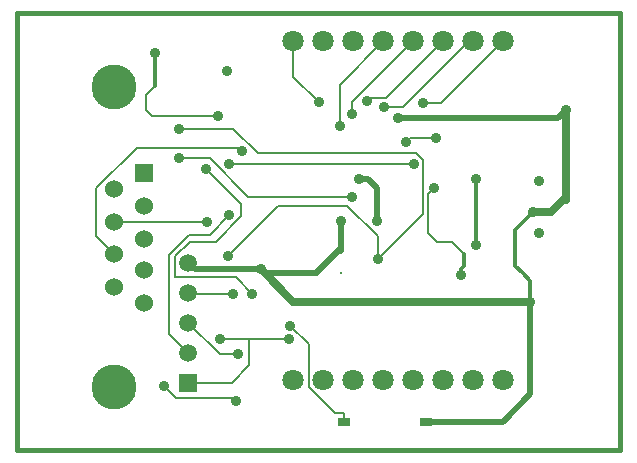
<source format=gtl>
G04 (created by PCBNEW (2013-02-27 BZR 3976)-stable) date Tue 05 Mar 2013 10:33:49 AM IST*
%MOIN*%
G04 Gerber Fmt 3.4, Leading zero omitted, Abs format*
%FSLAX34Y34*%
G01*
G70*
G90*
G04 APERTURE LIST*
%ADD10C,2.3622e-06*%
%ADD11C,0.015*%
%ADD12C,0.0709*%
%ADD13C,0.0354*%
%ADD14R,0.0394X0.0315*%
%ADD15R,0.0591X0.0591*%
%ADD16C,0.0591*%
%ADD17C,0.15*%
%ADD18R,0.06X0.06*%
%ADD19C,0.06*%
%ADD20C,0.035*%
%ADD21C,0.008*%
%ADD22C,0.025*%
%ADD23C,0.02*%
%ADD24C,0.012*%
G04 APERTURE END LIST*
G54D10*
G54D11*
X43307Y-26772D02*
X43307Y-27165D01*
X63386Y-26772D02*
X43307Y-26772D01*
X63386Y-41339D02*
X63386Y-26772D01*
X43307Y-41339D02*
X63386Y-41339D01*
X43307Y-26772D02*
X43307Y-41339D01*
G54D12*
X52500Y-39000D03*
X53500Y-39000D03*
X54500Y-39000D03*
X55500Y-39000D03*
X56500Y-39000D03*
X57500Y-39000D03*
X58500Y-39000D03*
X59500Y-39000D03*
X59500Y-27710D03*
X58500Y-27710D03*
X57500Y-27710D03*
X56500Y-27710D03*
X55500Y-27710D03*
X54500Y-27710D03*
X53500Y-27710D03*
X52500Y-27710D03*
G54D13*
X60683Y-32384D03*
X60683Y-34116D03*
G54D14*
X56939Y-40400D03*
X54183Y-40400D03*
G54D15*
X49000Y-39100D03*
G54D16*
X49000Y-38100D03*
X49000Y-37100D03*
X49000Y-36100D03*
X49000Y-35100D03*
G54D17*
X46510Y-29250D03*
X46510Y-39250D03*
G54D18*
X47510Y-32100D03*
G54D19*
X47510Y-33200D03*
X47510Y-34300D03*
X47510Y-35350D03*
X47510Y-36450D03*
X46510Y-35900D03*
X46510Y-34800D03*
X46510Y-33750D03*
X46510Y-32650D03*
G54D20*
X54974Y-29699D03*
X55521Y-29904D03*
X56819Y-29775D03*
X53360Y-29763D03*
X54463Y-30154D03*
X54044Y-30563D03*
X50502Y-36155D03*
X50365Y-33527D03*
X50662Y-38146D03*
X50076Y-37641D03*
X52372Y-37641D03*
X52392Y-37199D03*
X50793Y-31367D03*
X49617Y-33750D03*
X51129Y-36135D03*
X49579Y-31966D03*
X50343Y-31818D03*
X56518Y-31818D03*
X54460Y-32902D03*
X48695Y-31632D03*
X48698Y-30637D03*
X50323Y-34873D03*
X55325Y-34981D03*
X50600Y-39700D03*
X48209Y-39213D03*
X54100Y-33700D03*
X55300Y-33700D03*
X60500Y-33400D03*
X61600Y-30000D03*
X60400Y-36400D03*
X54700Y-32300D03*
X50000Y-30200D03*
X47900Y-28100D03*
X55980Y-30282D03*
X51421Y-35324D03*
X50300Y-28700D03*
X56257Y-31085D03*
X57256Y-30950D03*
X58600Y-32300D03*
X58600Y-34500D03*
X57200Y-32600D03*
X58100Y-35500D03*
G54D21*
X54100Y-35400D02*
X54100Y-35450D01*
X55605Y-29605D02*
X55068Y-29605D01*
X55068Y-29605D02*
X54974Y-29699D01*
X57500Y-27710D02*
X55605Y-29605D01*
X58356Y-27710D02*
X58500Y-27710D01*
X56162Y-29904D02*
X58356Y-27710D01*
X55521Y-29904D02*
X56162Y-29904D01*
X56819Y-29775D02*
X57435Y-29775D01*
X57435Y-29775D02*
X59500Y-27710D01*
X52500Y-28903D02*
X53360Y-29763D01*
X52500Y-27710D02*
X52500Y-28903D01*
X54463Y-29747D02*
X54463Y-30154D01*
X56500Y-27710D02*
X54463Y-29747D01*
X55500Y-27710D02*
X54044Y-29166D01*
X54044Y-29166D02*
X54044Y-30563D01*
X49055Y-36155D02*
X49000Y-36100D01*
X50502Y-36155D02*
X49055Y-36155D01*
X48369Y-37469D02*
X49000Y-38100D01*
X49714Y-34178D02*
X49041Y-34178D01*
X49041Y-34178D02*
X48369Y-34850D01*
X48369Y-34850D02*
X48369Y-37469D01*
X50365Y-33527D02*
X49714Y-34178D01*
X50046Y-38146D02*
X50662Y-38146D01*
X49000Y-37100D02*
X50046Y-38146D01*
X49000Y-39100D02*
X50446Y-39100D01*
X51025Y-37641D02*
X52372Y-37641D01*
X51025Y-38521D02*
X51025Y-37641D01*
X50446Y-39100D02*
X51025Y-38521D01*
X50076Y-37641D02*
X51025Y-37641D01*
X53021Y-39238D02*
X53021Y-37828D01*
X54183Y-40400D02*
X54183Y-40120D01*
X53903Y-40120D02*
X53021Y-39238D01*
X54183Y-40120D02*
X53903Y-40120D01*
X53021Y-37828D02*
X52392Y-37199D01*
X50693Y-31267D02*
X50793Y-31367D01*
X47278Y-31267D02*
X50693Y-31267D01*
X45916Y-32629D02*
X47278Y-31267D01*
X46510Y-34800D02*
X45916Y-34206D01*
X45916Y-34206D02*
X45916Y-32629D01*
X46510Y-33750D02*
X49617Y-33750D01*
X50582Y-35588D02*
X48576Y-35588D01*
X48576Y-35588D02*
X48554Y-35566D01*
X51129Y-36135D02*
X50582Y-35588D01*
X49051Y-34399D02*
X49925Y-34399D01*
X48554Y-35566D02*
X48554Y-34896D01*
X48554Y-34896D02*
X49051Y-34399D01*
X50761Y-33563D02*
X50761Y-33148D01*
X50761Y-33148D02*
X49579Y-31966D01*
X49925Y-34399D02*
X50761Y-33563D01*
X56518Y-31818D02*
X50343Y-31818D01*
X48695Y-31632D02*
X49725Y-31632D01*
X49725Y-31632D02*
X50995Y-32902D01*
X50995Y-32902D02*
X54460Y-32902D01*
X55325Y-34981D02*
X55325Y-34225D01*
X50327Y-34873D02*
X50323Y-34873D01*
X52000Y-33200D02*
X50327Y-34873D01*
X54300Y-33200D02*
X52000Y-33200D01*
X55325Y-34225D02*
X54300Y-33200D01*
X50502Y-30637D02*
X48698Y-30637D01*
X50431Y-34981D02*
X50323Y-34873D01*
X55325Y-34981D02*
X56817Y-33489D01*
X56597Y-31457D02*
X51322Y-31457D01*
X56817Y-33489D02*
X56817Y-31677D01*
X51322Y-31457D02*
X50502Y-30637D01*
X56817Y-31677D02*
X56597Y-31457D01*
X48596Y-39600D02*
X48209Y-39213D01*
X50600Y-39700D02*
X50500Y-39600D01*
X50500Y-39600D02*
X48596Y-39600D01*
G54D22*
X60400Y-36400D02*
X52497Y-36400D01*
G54D23*
X53300Y-35450D02*
X53300Y-35400D01*
X54100Y-34600D02*
X54100Y-34700D01*
X53300Y-35400D02*
X54100Y-34600D01*
G54D22*
X52497Y-36400D02*
X51421Y-35324D01*
G54D23*
X54100Y-33700D02*
X54100Y-34700D01*
X55000Y-32300D02*
X54700Y-32300D01*
X51547Y-35450D02*
X51421Y-35324D01*
X51547Y-35450D02*
X53300Y-35450D01*
G54D24*
X59900Y-35200D02*
X59900Y-34000D01*
G54D23*
X49224Y-35324D02*
X51421Y-35324D01*
X49000Y-35100D02*
X49224Y-35324D01*
X55300Y-33700D02*
X55300Y-32600D01*
X61600Y-30000D02*
X61318Y-30282D01*
G54D24*
X60150Y-35450D02*
X59900Y-35200D01*
G54D23*
X55300Y-32600D02*
X55000Y-32300D01*
G54D24*
X59900Y-34000D02*
X60500Y-33400D01*
X60400Y-36400D02*
X60400Y-35700D01*
X60400Y-35700D02*
X60150Y-35450D01*
G54D23*
X60400Y-39487D02*
X60400Y-36400D01*
X56939Y-40400D02*
X59487Y-40400D01*
X59487Y-40400D02*
X60400Y-39487D01*
G54D24*
X47900Y-29200D02*
X47900Y-28100D01*
G54D21*
X50000Y-30200D02*
X47800Y-30200D01*
X47600Y-29500D02*
X47900Y-29200D01*
X47800Y-30200D02*
X47600Y-30000D01*
X47600Y-30000D02*
X47600Y-29500D01*
G54D22*
X61500Y-33000D02*
X61100Y-33400D01*
G54D23*
X61318Y-30282D02*
X55980Y-30282D01*
G54D22*
X61600Y-30000D02*
X61600Y-33000D01*
X61100Y-33400D02*
X60500Y-33400D01*
X61600Y-33000D02*
X61500Y-33000D01*
G54D21*
X56392Y-30950D02*
X56257Y-31085D01*
X57256Y-30950D02*
X56392Y-30950D01*
G54D24*
X58600Y-32300D02*
X58600Y-34500D01*
G54D21*
X57200Y-32600D02*
X57000Y-32800D01*
X57000Y-32800D02*
X57000Y-34100D01*
X57000Y-34100D02*
X57300Y-34400D01*
X57300Y-34400D02*
X57800Y-34400D01*
G54D24*
X58200Y-34800D02*
X58200Y-35200D01*
X58100Y-35300D02*
X58100Y-35500D01*
X58200Y-35200D02*
X58100Y-35300D01*
G54D21*
X57800Y-34400D02*
X58200Y-34800D01*
M02*

</source>
